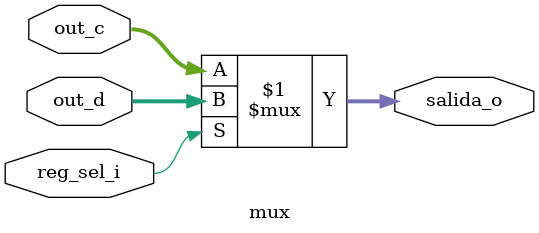
<source format=sv>
module mux (
    input logic [31:0] out_c,
    input logic [31:0] out_d,
    input logic reg_sel_i,
    output logic [31:0] salida_o
);

    assign salida_o = (reg_sel_i) ? out_d : out_c;

endmodule

</source>
